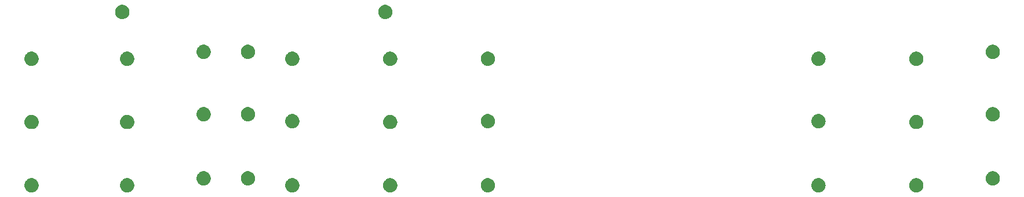
<source format=gbs>
G04 Layer: BottomSolderMaskLayer*
G04 EasyEDA v6.5.34, 2023-08-21 18:11:39*
G04 edb4cfad772943f9a9c9805ee4eed470,5a6b42c53f6a479593ecc07194224c93,10*
G04 Gerber Generator version 0.2*
G04 Scale: 100 percent, Rotated: No, Reflected: No *
G04 Dimensions in millimeters *
G04 leading zeros omitted , absolute positions ,4 integer and 5 decimal *
%FSLAX45Y45*%
%MOMM*%

%ADD10C,0.0001*%

%LPD*%
G36*
X8683091Y8117941D02*
G01*
X8673846Y8117331D01*
X8664752Y8115909D01*
X8655812Y8113674D01*
X8651392Y8112302D01*
X8642807Y8108899D01*
X8634577Y8104784D01*
X8626703Y8099907D01*
X8619337Y8094421D01*
X8612479Y8088274D01*
X8606180Y8081518D01*
X8600490Y8074253D01*
X8595461Y8066481D01*
X8591143Y8058353D01*
X8587587Y8049869D01*
X8584742Y8041081D01*
X8582710Y8032038D01*
X8581491Y8022894D01*
X8581085Y8013700D01*
X8581491Y8004505D01*
X8582710Y7995361D01*
X8584742Y7986318D01*
X8587587Y7977530D01*
X8591143Y7969046D01*
X8595461Y7960918D01*
X8600490Y7953146D01*
X8606180Y7945881D01*
X8612479Y7939125D01*
X8619337Y7932978D01*
X8626703Y7927492D01*
X8634577Y7922615D01*
X8642807Y7918500D01*
X8651392Y7915097D01*
X8660231Y7912506D01*
X8669274Y7910677D01*
X8678468Y7909661D01*
X8687663Y7909458D01*
X8696909Y7910068D01*
X8706002Y7911490D01*
X8714943Y7913725D01*
X8719362Y7915097D01*
X8727948Y7918500D01*
X8736177Y7922615D01*
X8744051Y7927492D01*
X8751417Y7932978D01*
X8758275Y7939125D01*
X8764625Y7945881D01*
X8770264Y7953146D01*
X8775293Y7960918D01*
X8779611Y7969046D01*
X8783218Y7977530D01*
X8786012Y7986318D01*
X8788044Y7995361D01*
X8789263Y8004505D01*
X8789670Y8013700D01*
X8789263Y8022894D01*
X8788044Y8032038D01*
X8786012Y8041081D01*
X8783218Y8049869D01*
X8779611Y8058353D01*
X8775293Y8066481D01*
X8770264Y8074253D01*
X8764625Y8081518D01*
X8758275Y8088274D01*
X8751417Y8094421D01*
X8744051Y8099907D01*
X8736177Y8104784D01*
X8727948Y8108899D01*
X8719362Y8112302D01*
X8710523Y8114893D01*
X8701481Y8116722D01*
X8692286Y8117738D01*
G37*
G36*
X12526264Y8117941D02*
G01*
X12517069Y8117331D01*
X12507976Y8115909D01*
X12498984Y8113674D01*
X12494615Y8112302D01*
X12486030Y8108899D01*
X12477750Y8104784D01*
X12469926Y8099907D01*
X12462510Y8094421D01*
X12455652Y8088274D01*
X12449352Y8081518D01*
X12443663Y8074253D01*
X12438634Y8066481D01*
X12434316Y8058353D01*
X12430760Y8049869D01*
X12429236Y8045500D01*
X12426848Y8036559D01*
X12425222Y8027517D01*
X12424410Y8018322D01*
X12424410Y8009077D01*
X12425222Y7999882D01*
X12426848Y7990840D01*
X12429236Y7981899D01*
X12432436Y7973263D01*
X12436398Y7964931D01*
X12441072Y7956956D01*
X12446457Y7949438D01*
X12452451Y7942427D01*
X12459004Y7935975D01*
X12466167Y7930134D01*
X12473787Y7924952D01*
X12481864Y7920481D01*
X12490297Y7916722D01*
X12494615Y7915097D01*
X12503454Y7912506D01*
X12512497Y7910677D01*
X12521641Y7909661D01*
X12530886Y7909458D01*
X12540081Y7910068D01*
X12549225Y7911490D01*
X12558166Y7913725D01*
X12566904Y7916722D01*
X12575286Y7920481D01*
X12583363Y7924952D01*
X12590983Y7930134D01*
X12598146Y7935975D01*
X12604699Y7942427D01*
X12610744Y7949438D01*
X12616078Y7956956D01*
X12620752Y7964931D01*
X12624714Y7973263D01*
X12627914Y7981899D01*
X12630302Y7990840D01*
X12631928Y7999882D01*
X12632740Y8009077D01*
X12632740Y8018322D01*
X12631928Y8027517D01*
X12630302Y8036559D01*
X12627914Y8045500D01*
X12624714Y8054136D01*
X12620752Y8062468D01*
X12616078Y8070443D01*
X12610744Y8077962D01*
X12604699Y8084972D01*
X12598146Y8091424D01*
X12590983Y8097266D01*
X12583363Y8102447D01*
X12575286Y8106918D01*
X12566904Y8110677D01*
X12558166Y8113674D01*
X12549225Y8115909D01*
X12540081Y8117331D01*
X12530886Y8117941D01*
G37*
G36*
X10519664Y7533741D02*
G01*
X10510469Y7533131D01*
X10501376Y7531709D01*
X10492384Y7529474D01*
X10488015Y7528102D01*
X10479430Y7524699D01*
X10471150Y7520584D01*
X10463326Y7515707D01*
X10455910Y7510221D01*
X10449052Y7504074D01*
X10442752Y7497318D01*
X10437063Y7490053D01*
X10432034Y7482281D01*
X10427716Y7474153D01*
X10424160Y7465669D01*
X10422636Y7461300D01*
X10420248Y7452359D01*
X10418622Y7443317D01*
X10417810Y7434122D01*
X10417810Y7424877D01*
X10418622Y7415682D01*
X10420248Y7406640D01*
X10422636Y7397699D01*
X10425836Y7389063D01*
X10429798Y7380731D01*
X10434472Y7372756D01*
X10439857Y7365238D01*
X10445851Y7358227D01*
X10452404Y7351775D01*
X10459567Y7345934D01*
X10467187Y7340752D01*
X10475264Y7336281D01*
X10483697Y7332522D01*
X10488015Y7330897D01*
X10496854Y7328306D01*
X10505897Y7326477D01*
X10515041Y7325461D01*
X10524286Y7325258D01*
X10533481Y7325868D01*
X10542625Y7327290D01*
X10551566Y7329525D01*
X10560304Y7332522D01*
X10568686Y7336281D01*
X10576763Y7340752D01*
X10584383Y7345934D01*
X10591546Y7351775D01*
X10598099Y7358227D01*
X10604144Y7365238D01*
X10609478Y7372756D01*
X10614152Y7380731D01*
X10618114Y7389063D01*
X10621314Y7397699D01*
X10623702Y7406640D01*
X10625328Y7415682D01*
X10626140Y7424877D01*
X10626140Y7434122D01*
X10625328Y7443317D01*
X10623702Y7452359D01*
X10621314Y7461300D01*
X10618114Y7469936D01*
X10614152Y7478268D01*
X10609478Y7486243D01*
X10604144Y7493762D01*
X10598099Y7500772D01*
X10591546Y7507224D01*
X10584383Y7513066D01*
X10576763Y7518247D01*
X10568686Y7522718D01*
X10560304Y7526477D01*
X10551566Y7529474D01*
X10542625Y7531709D01*
X10533481Y7533131D01*
X10524286Y7533741D01*
G37*
G36*
X9871964Y7533741D02*
G01*
X9862769Y7533131D01*
X9853676Y7531709D01*
X9844684Y7529474D01*
X9840315Y7528102D01*
X9831730Y7524699D01*
X9823450Y7520584D01*
X9815626Y7515707D01*
X9808210Y7510221D01*
X9801352Y7504074D01*
X9795052Y7497318D01*
X9789363Y7490053D01*
X9784334Y7482281D01*
X9780016Y7474153D01*
X9776460Y7465669D01*
X9774936Y7461300D01*
X9772548Y7452359D01*
X9770922Y7443317D01*
X9770110Y7434122D01*
X9770110Y7424877D01*
X9770922Y7415682D01*
X9772548Y7406640D01*
X9774936Y7397699D01*
X9778136Y7389063D01*
X9782098Y7380731D01*
X9786772Y7372756D01*
X9792157Y7365238D01*
X9798151Y7358227D01*
X9804704Y7351775D01*
X9811867Y7345934D01*
X9819487Y7340752D01*
X9827564Y7336281D01*
X9835997Y7332522D01*
X9840315Y7330897D01*
X9849154Y7328306D01*
X9858197Y7326477D01*
X9867341Y7325461D01*
X9876586Y7325258D01*
X9885781Y7325868D01*
X9894925Y7327290D01*
X9903866Y7329525D01*
X9912604Y7332522D01*
X9920986Y7336281D01*
X9929063Y7340752D01*
X9936683Y7345934D01*
X9943846Y7351775D01*
X9950399Y7358227D01*
X9956444Y7365238D01*
X9961778Y7372756D01*
X9966452Y7380731D01*
X9970414Y7389063D01*
X9973614Y7397699D01*
X9976002Y7406640D01*
X9977628Y7415682D01*
X9978440Y7424877D01*
X9978440Y7434122D01*
X9977628Y7443317D01*
X9976002Y7452359D01*
X9973614Y7461300D01*
X9970414Y7469936D01*
X9966452Y7478268D01*
X9961778Y7486243D01*
X9956444Y7493762D01*
X9950399Y7500772D01*
X9943846Y7507224D01*
X9936683Y7513066D01*
X9929063Y7518247D01*
X9920986Y7522718D01*
X9912604Y7526477D01*
X9903866Y7529474D01*
X9894925Y7531709D01*
X9885781Y7533131D01*
X9876586Y7533741D01*
G37*
G36*
X10519664Y6619341D02*
G01*
X10510469Y6618731D01*
X10501376Y6617309D01*
X10492384Y6615074D01*
X10488015Y6613702D01*
X10479430Y6610299D01*
X10471150Y6606184D01*
X10463326Y6601307D01*
X10455910Y6595821D01*
X10449052Y6589674D01*
X10442752Y6582918D01*
X10437063Y6575653D01*
X10432034Y6567881D01*
X10427716Y6559753D01*
X10424160Y6551269D01*
X10422636Y6546900D01*
X10420248Y6537959D01*
X10418622Y6528917D01*
X10417810Y6519722D01*
X10417810Y6510477D01*
X10418622Y6501282D01*
X10420248Y6492240D01*
X10422636Y6483299D01*
X10425836Y6474663D01*
X10429798Y6466332D01*
X10434472Y6458356D01*
X10439857Y6450838D01*
X10445851Y6443827D01*
X10452404Y6437376D01*
X10459567Y6431534D01*
X10467187Y6426352D01*
X10475264Y6421882D01*
X10483697Y6418122D01*
X10488015Y6416497D01*
X10496854Y6413906D01*
X10505897Y6412077D01*
X10515041Y6411061D01*
X10524286Y6410858D01*
X10533481Y6411468D01*
X10542625Y6412890D01*
X10551566Y6415125D01*
X10560304Y6418122D01*
X10568686Y6421882D01*
X10576763Y6426352D01*
X10584383Y6431534D01*
X10591546Y6437376D01*
X10598099Y6443827D01*
X10604144Y6450838D01*
X10609478Y6458356D01*
X10614152Y6466332D01*
X10618114Y6474663D01*
X10621314Y6483299D01*
X10623702Y6492240D01*
X10625328Y6501282D01*
X10626140Y6510477D01*
X10626140Y6519722D01*
X10625328Y6528917D01*
X10623702Y6537959D01*
X10621314Y6546900D01*
X10618114Y6555536D01*
X10614152Y6563868D01*
X10609478Y6571843D01*
X10604144Y6579362D01*
X10598099Y6586372D01*
X10591546Y6592824D01*
X10584383Y6598666D01*
X10576763Y6603847D01*
X10568686Y6608318D01*
X10560304Y6612077D01*
X10551566Y6615074D01*
X10542625Y6617309D01*
X10533481Y6618731D01*
X10524286Y6619341D01*
G37*
G36*
X10519664Y5679541D02*
G01*
X10510469Y5678932D01*
X10501376Y5677509D01*
X10492384Y5675274D01*
X10488015Y5673902D01*
X10479430Y5670499D01*
X10471150Y5666384D01*
X10463326Y5661507D01*
X10455910Y5656021D01*
X10449052Y5649874D01*
X10442752Y5643118D01*
X10437063Y5635853D01*
X10432034Y5628081D01*
X10427716Y5619953D01*
X10424160Y5611469D01*
X10422636Y5607100D01*
X10420248Y5598160D01*
X10418622Y5589117D01*
X10417810Y5579922D01*
X10417810Y5570677D01*
X10418622Y5561482D01*
X10420248Y5552440D01*
X10422636Y5543499D01*
X10425836Y5534863D01*
X10429798Y5526532D01*
X10434472Y5518556D01*
X10439857Y5511038D01*
X10445851Y5504027D01*
X10452404Y5497576D01*
X10459567Y5491734D01*
X10467187Y5486552D01*
X10475264Y5482082D01*
X10483697Y5478322D01*
X10488015Y5476697D01*
X10496854Y5474106D01*
X10505897Y5472277D01*
X10515041Y5471261D01*
X10524286Y5471058D01*
X10533481Y5471668D01*
X10542625Y5473090D01*
X10551566Y5475325D01*
X10560304Y5478322D01*
X10568686Y5482082D01*
X10576763Y5486552D01*
X10584383Y5491734D01*
X10591546Y5497576D01*
X10598099Y5504027D01*
X10604144Y5511038D01*
X10609478Y5518556D01*
X10614152Y5526532D01*
X10618114Y5534863D01*
X10621314Y5543499D01*
X10623702Y5552440D01*
X10625328Y5561482D01*
X10626140Y5570677D01*
X10626140Y5579922D01*
X10625328Y5589117D01*
X10623702Y5598160D01*
X10621314Y5607100D01*
X10618114Y5615736D01*
X10614152Y5624068D01*
X10609478Y5632043D01*
X10604144Y5639562D01*
X10598099Y5646572D01*
X10591546Y5653024D01*
X10584383Y5658866D01*
X10576763Y5664047D01*
X10568686Y5668518D01*
X10560304Y5672277D01*
X10551566Y5675274D01*
X10542625Y5677509D01*
X10533481Y5678932D01*
X10524286Y5679541D01*
G37*
G36*
X9871964Y6619341D02*
G01*
X9862769Y6618731D01*
X9853676Y6617309D01*
X9844684Y6615074D01*
X9840315Y6613702D01*
X9831730Y6610299D01*
X9823450Y6606184D01*
X9815626Y6601307D01*
X9808210Y6595821D01*
X9801352Y6589674D01*
X9795052Y6582918D01*
X9789363Y6575653D01*
X9784334Y6567881D01*
X9780016Y6559753D01*
X9776460Y6551269D01*
X9774936Y6546900D01*
X9772548Y6537959D01*
X9770922Y6528917D01*
X9770110Y6519722D01*
X9770110Y6510477D01*
X9770922Y6501282D01*
X9772548Y6492240D01*
X9774936Y6483299D01*
X9778136Y6474663D01*
X9782098Y6466332D01*
X9786772Y6458356D01*
X9792157Y6450838D01*
X9798151Y6443827D01*
X9804704Y6437376D01*
X9811867Y6431534D01*
X9819487Y6426352D01*
X9827564Y6421882D01*
X9835997Y6418122D01*
X9840315Y6416497D01*
X9849154Y6413906D01*
X9858197Y6412077D01*
X9867341Y6411061D01*
X9876586Y6410858D01*
X9885781Y6411468D01*
X9894925Y6412890D01*
X9903866Y6415125D01*
X9912604Y6418122D01*
X9920986Y6421882D01*
X9929063Y6426352D01*
X9936683Y6431534D01*
X9943846Y6437376D01*
X9950399Y6443827D01*
X9956444Y6450838D01*
X9961778Y6458356D01*
X9966452Y6466332D01*
X9970414Y6474663D01*
X9973614Y6483299D01*
X9976002Y6492240D01*
X9977628Y6501282D01*
X9978440Y6510477D01*
X9978440Y6519722D01*
X9977628Y6528917D01*
X9976002Y6537959D01*
X9973614Y6546900D01*
X9970414Y6555536D01*
X9966452Y6563868D01*
X9961778Y6571843D01*
X9956444Y6579362D01*
X9950399Y6586372D01*
X9943846Y6592824D01*
X9936683Y6598666D01*
X9929063Y6603847D01*
X9920986Y6608318D01*
X9912604Y6612077D01*
X9903866Y6615074D01*
X9894925Y6617309D01*
X9885781Y6618731D01*
X9876586Y6619341D01*
G37*
G36*
X9871964Y5679541D02*
G01*
X9862769Y5678932D01*
X9853676Y5677509D01*
X9844684Y5675274D01*
X9840315Y5673902D01*
X9831730Y5670499D01*
X9823450Y5666384D01*
X9815626Y5661507D01*
X9808210Y5656021D01*
X9801352Y5649874D01*
X9795052Y5643118D01*
X9789363Y5635853D01*
X9784334Y5628081D01*
X9780016Y5619953D01*
X9776460Y5611469D01*
X9774936Y5607100D01*
X9772548Y5598160D01*
X9770922Y5589117D01*
X9770110Y5579922D01*
X9770110Y5570677D01*
X9770922Y5561482D01*
X9772548Y5552440D01*
X9774936Y5543499D01*
X9778136Y5534863D01*
X9782098Y5526532D01*
X9786772Y5518556D01*
X9792157Y5511038D01*
X9798151Y5504027D01*
X9804704Y5497576D01*
X9811867Y5491734D01*
X9819487Y5486552D01*
X9827564Y5482082D01*
X9835997Y5478322D01*
X9840315Y5476697D01*
X9849154Y5474106D01*
X9858197Y5472277D01*
X9867341Y5471261D01*
X9876586Y5471058D01*
X9885781Y5471668D01*
X9894925Y5473090D01*
X9903866Y5475325D01*
X9912604Y5478322D01*
X9920986Y5482082D01*
X9929063Y5486552D01*
X9936683Y5491734D01*
X9943846Y5497576D01*
X9950399Y5504027D01*
X9956444Y5511038D01*
X9961778Y5518556D01*
X9966452Y5526532D01*
X9970414Y5534863D01*
X9973614Y5543499D01*
X9976002Y5552440D01*
X9977628Y5561482D01*
X9978440Y5570677D01*
X9978440Y5579922D01*
X9977628Y5589117D01*
X9976002Y5598160D01*
X9973614Y5607100D01*
X9970414Y5615736D01*
X9966452Y5624068D01*
X9961778Y5632043D01*
X9956444Y5639562D01*
X9950399Y5646572D01*
X9943846Y5653024D01*
X9936683Y5658866D01*
X9929063Y5664047D01*
X9920986Y5668518D01*
X9912604Y5672277D01*
X9903866Y5675274D01*
X9894925Y5677509D01*
X9885781Y5678932D01*
X9876586Y5679541D01*
G37*
G36*
X21401582Y5679541D02*
G01*
X21392337Y5678932D01*
X21383244Y5677509D01*
X21374303Y5675274D01*
X21369883Y5673902D01*
X21361298Y5670499D01*
X21353068Y5666384D01*
X21345194Y5661507D01*
X21337828Y5656021D01*
X21330970Y5649874D01*
X21324671Y5643118D01*
X21318982Y5635853D01*
X21313952Y5628081D01*
X21309634Y5619953D01*
X21306078Y5611469D01*
X21303234Y5602681D01*
X21301202Y5593638D01*
X21299982Y5584494D01*
X21299576Y5575300D01*
X21299982Y5566105D01*
X21301202Y5556961D01*
X21303234Y5547918D01*
X21306078Y5539130D01*
X21309634Y5530646D01*
X21313952Y5522518D01*
X21318982Y5514746D01*
X21324671Y5507482D01*
X21330970Y5500725D01*
X21337828Y5494578D01*
X21345194Y5489092D01*
X21353068Y5484215D01*
X21361298Y5480100D01*
X21369883Y5476697D01*
X21378722Y5474106D01*
X21387765Y5472277D01*
X21396960Y5471261D01*
X21406154Y5471058D01*
X21415400Y5471668D01*
X21424493Y5473090D01*
X21433434Y5475325D01*
X21437854Y5476697D01*
X21446439Y5480100D01*
X21454668Y5484215D01*
X21462542Y5489092D01*
X21469908Y5494578D01*
X21476766Y5500725D01*
X21483116Y5507482D01*
X21488755Y5514746D01*
X21493784Y5522518D01*
X21498102Y5530646D01*
X21501709Y5539130D01*
X21504503Y5547918D01*
X21506535Y5556961D01*
X21507754Y5566105D01*
X21508161Y5575300D01*
X21507754Y5584494D01*
X21506535Y5593638D01*
X21504503Y5602681D01*
X21501709Y5611469D01*
X21498102Y5619953D01*
X21493784Y5628081D01*
X21488755Y5635853D01*
X21483116Y5643118D01*
X21476766Y5649874D01*
X21469908Y5656021D01*
X21462542Y5661507D01*
X21454668Y5666384D01*
X21446439Y5670499D01*
X21437854Y5673902D01*
X21429014Y5676493D01*
X21419972Y5678322D01*
X21410777Y5679338D01*
G37*
G36*
X21401582Y6619341D02*
G01*
X21392337Y6618731D01*
X21383244Y6617309D01*
X21374303Y6615074D01*
X21369883Y6613702D01*
X21361298Y6610299D01*
X21353068Y6606184D01*
X21345194Y6601307D01*
X21337828Y6595821D01*
X21330970Y6589674D01*
X21324671Y6582918D01*
X21318982Y6575653D01*
X21313952Y6567881D01*
X21309634Y6559753D01*
X21306078Y6551269D01*
X21303234Y6542481D01*
X21301202Y6533438D01*
X21299982Y6524294D01*
X21299576Y6515100D01*
X21299982Y6505905D01*
X21301202Y6496761D01*
X21303234Y6487718D01*
X21306078Y6478930D01*
X21309634Y6470446D01*
X21313952Y6462318D01*
X21318982Y6454546D01*
X21324671Y6447282D01*
X21330970Y6440525D01*
X21337828Y6434378D01*
X21345194Y6428892D01*
X21353068Y6424015D01*
X21361298Y6419900D01*
X21369883Y6416497D01*
X21378722Y6413906D01*
X21387765Y6412077D01*
X21396960Y6411061D01*
X21406154Y6410858D01*
X21415400Y6411468D01*
X21424493Y6412890D01*
X21433434Y6415125D01*
X21437854Y6416497D01*
X21446439Y6419900D01*
X21454668Y6424015D01*
X21462542Y6428892D01*
X21469908Y6434378D01*
X21476766Y6440525D01*
X21483116Y6447282D01*
X21488755Y6454546D01*
X21493784Y6462318D01*
X21498102Y6470446D01*
X21501709Y6478930D01*
X21504503Y6487718D01*
X21506535Y6496761D01*
X21507754Y6505905D01*
X21508161Y6515100D01*
X21507754Y6524294D01*
X21506535Y6533438D01*
X21504503Y6542481D01*
X21501709Y6551269D01*
X21498102Y6559753D01*
X21493784Y6567881D01*
X21488755Y6575653D01*
X21483116Y6582918D01*
X21476766Y6589674D01*
X21469908Y6595821D01*
X21462542Y6601307D01*
X21454668Y6606184D01*
X21446439Y6610299D01*
X21437854Y6613702D01*
X21429014Y6616293D01*
X21419972Y6618122D01*
X21410777Y6619138D01*
G37*
G36*
X21401582Y7533741D02*
G01*
X21392337Y7533131D01*
X21383244Y7531709D01*
X21374303Y7529474D01*
X21369883Y7528102D01*
X21361298Y7524699D01*
X21353068Y7520584D01*
X21345194Y7515707D01*
X21337828Y7510221D01*
X21330970Y7504074D01*
X21324671Y7497318D01*
X21318982Y7490053D01*
X21313952Y7482281D01*
X21309634Y7474153D01*
X21306078Y7465669D01*
X21303234Y7456881D01*
X21301202Y7447838D01*
X21299982Y7438694D01*
X21299576Y7429500D01*
X21299982Y7420305D01*
X21301202Y7411161D01*
X21303234Y7402118D01*
X21306078Y7393330D01*
X21309634Y7384846D01*
X21313952Y7376718D01*
X21318982Y7368946D01*
X21324671Y7361681D01*
X21330970Y7354925D01*
X21337828Y7348778D01*
X21345194Y7343292D01*
X21353068Y7338415D01*
X21361298Y7334300D01*
X21369883Y7330897D01*
X21378722Y7328306D01*
X21387765Y7326477D01*
X21396960Y7325461D01*
X21406154Y7325258D01*
X21415400Y7325868D01*
X21424493Y7327290D01*
X21433434Y7329525D01*
X21437854Y7330897D01*
X21446439Y7334300D01*
X21454668Y7338415D01*
X21462542Y7343292D01*
X21469908Y7348778D01*
X21476766Y7354925D01*
X21483116Y7361681D01*
X21488755Y7368946D01*
X21493784Y7376718D01*
X21498102Y7384846D01*
X21501709Y7393330D01*
X21504503Y7402118D01*
X21506535Y7411161D01*
X21507754Y7420305D01*
X21508161Y7429500D01*
X21507754Y7438694D01*
X21506535Y7447838D01*
X21504503Y7456881D01*
X21501709Y7465669D01*
X21498102Y7474153D01*
X21493784Y7482281D01*
X21488755Y7490053D01*
X21483116Y7497318D01*
X21476766Y7504074D01*
X21469908Y7510221D01*
X21462542Y7515707D01*
X21454668Y7520584D01*
X21446439Y7524699D01*
X21437854Y7528102D01*
X21429014Y7530693D01*
X21419972Y7532522D01*
X21410777Y7533538D01*
G37*
G36*
X7357364Y5577941D02*
G01*
X7348169Y5577332D01*
X7339075Y5575909D01*
X7330084Y5573674D01*
X7325715Y5572302D01*
X7317130Y5568899D01*
X7308850Y5564784D01*
X7301026Y5559907D01*
X7293609Y5554421D01*
X7286752Y5548274D01*
X7280452Y5541518D01*
X7274763Y5534253D01*
X7269734Y5526481D01*
X7265416Y5518353D01*
X7261859Y5509869D01*
X7260336Y5505500D01*
X7257948Y5496560D01*
X7256322Y5487517D01*
X7255509Y5478322D01*
X7255509Y5469077D01*
X7256322Y5459882D01*
X7257948Y5450840D01*
X7260336Y5441899D01*
X7263536Y5433263D01*
X7267498Y5424932D01*
X7272172Y5416956D01*
X7277557Y5409438D01*
X7283551Y5402427D01*
X7290104Y5395976D01*
X7297267Y5390134D01*
X7304887Y5384952D01*
X7312964Y5380482D01*
X7321397Y5376722D01*
X7325715Y5375097D01*
X7334554Y5372506D01*
X7343597Y5370677D01*
X7352741Y5369661D01*
X7361986Y5369458D01*
X7371181Y5370068D01*
X7380325Y5371490D01*
X7389266Y5373725D01*
X7398003Y5376722D01*
X7406386Y5380482D01*
X7414463Y5384952D01*
X7422083Y5390134D01*
X7429246Y5395976D01*
X7435799Y5402427D01*
X7441844Y5409438D01*
X7447178Y5416956D01*
X7451852Y5424932D01*
X7455814Y5433263D01*
X7459014Y5441899D01*
X7461402Y5450840D01*
X7463028Y5459882D01*
X7463840Y5469077D01*
X7463840Y5478322D01*
X7463028Y5487517D01*
X7461402Y5496560D01*
X7459014Y5505500D01*
X7455814Y5514136D01*
X7451852Y5522468D01*
X7447178Y5530443D01*
X7441844Y5537962D01*
X7435799Y5544972D01*
X7429246Y5551424D01*
X7422083Y5557266D01*
X7414463Y5562447D01*
X7406386Y5566918D01*
X7398003Y5570677D01*
X7389266Y5573674D01*
X7380325Y5575909D01*
X7371181Y5577332D01*
X7361986Y5577941D01*
G37*
G36*
X7357364Y7432141D02*
G01*
X7348169Y7431531D01*
X7339075Y7430109D01*
X7330084Y7427874D01*
X7325715Y7426502D01*
X7317130Y7423099D01*
X7308850Y7418984D01*
X7301026Y7414107D01*
X7293609Y7408621D01*
X7286752Y7402474D01*
X7280452Y7395718D01*
X7274763Y7388453D01*
X7269734Y7380681D01*
X7265416Y7372553D01*
X7261859Y7364069D01*
X7260336Y7359700D01*
X7257948Y7350759D01*
X7256322Y7341717D01*
X7255509Y7332522D01*
X7255509Y7323277D01*
X7256322Y7314082D01*
X7257948Y7305040D01*
X7260336Y7296099D01*
X7263536Y7287463D01*
X7267498Y7279131D01*
X7272172Y7271156D01*
X7277557Y7263638D01*
X7283551Y7256627D01*
X7290104Y7250175D01*
X7297267Y7244334D01*
X7304887Y7239152D01*
X7312964Y7234681D01*
X7321397Y7230922D01*
X7325715Y7229297D01*
X7334554Y7226706D01*
X7343597Y7224877D01*
X7352741Y7223861D01*
X7361986Y7223658D01*
X7371181Y7224268D01*
X7380325Y7225690D01*
X7389266Y7227925D01*
X7398003Y7230922D01*
X7406386Y7234681D01*
X7414463Y7239152D01*
X7422083Y7244334D01*
X7429246Y7250175D01*
X7435799Y7256627D01*
X7441844Y7263638D01*
X7447178Y7271156D01*
X7451852Y7279131D01*
X7455814Y7287463D01*
X7459014Y7296099D01*
X7461402Y7305040D01*
X7463028Y7314082D01*
X7463840Y7323277D01*
X7463840Y7332522D01*
X7463028Y7341717D01*
X7461402Y7350759D01*
X7459014Y7359700D01*
X7455814Y7368336D01*
X7451852Y7376668D01*
X7447178Y7384643D01*
X7441844Y7392162D01*
X7435799Y7399172D01*
X7429246Y7405624D01*
X7422083Y7411466D01*
X7414463Y7416647D01*
X7406386Y7421118D01*
X7398003Y7424877D01*
X7389266Y7427874D01*
X7380325Y7430109D01*
X7371181Y7431531D01*
X7361986Y7432141D01*
G37*
G36*
X7357364Y6505041D02*
G01*
X7348169Y6504431D01*
X7339075Y6503009D01*
X7330084Y6500774D01*
X7325715Y6499402D01*
X7317130Y6495999D01*
X7308850Y6491884D01*
X7301026Y6487007D01*
X7293609Y6481521D01*
X7286752Y6475374D01*
X7280452Y6468618D01*
X7274763Y6461353D01*
X7269734Y6453581D01*
X7265416Y6445453D01*
X7261859Y6436969D01*
X7260336Y6432600D01*
X7257948Y6423660D01*
X7256322Y6414617D01*
X7255509Y6405422D01*
X7255509Y6396177D01*
X7256322Y6386982D01*
X7257948Y6377940D01*
X7260336Y6368999D01*
X7263536Y6360363D01*
X7267498Y6352032D01*
X7272172Y6344056D01*
X7277557Y6336538D01*
X7283551Y6329527D01*
X7290104Y6323076D01*
X7297267Y6317234D01*
X7304887Y6312052D01*
X7312964Y6307582D01*
X7321397Y6303822D01*
X7325715Y6302197D01*
X7334554Y6299606D01*
X7343597Y6297777D01*
X7352741Y6296761D01*
X7361986Y6296558D01*
X7371181Y6297168D01*
X7380325Y6298590D01*
X7389266Y6300825D01*
X7398003Y6303822D01*
X7406386Y6307582D01*
X7414463Y6312052D01*
X7422083Y6317234D01*
X7429246Y6323076D01*
X7435799Y6329527D01*
X7441844Y6336538D01*
X7447178Y6344056D01*
X7451852Y6352032D01*
X7455814Y6360363D01*
X7459014Y6368999D01*
X7461402Y6377940D01*
X7463028Y6386982D01*
X7463840Y6396177D01*
X7463840Y6405422D01*
X7463028Y6414617D01*
X7461402Y6423660D01*
X7459014Y6432600D01*
X7455814Y6441236D01*
X7451852Y6449568D01*
X7447178Y6457543D01*
X7441844Y6465062D01*
X7435799Y6472072D01*
X7429246Y6478524D01*
X7422083Y6484366D01*
X7414463Y6489547D01*
X7406386Y6494018D01*
X7398003Y6497777D01*
X7389266Y6500774D01*
X7380325Y6503009D01*
X7371181Y6504431D01*
X7361986Y6505041D01*
G37*
G36*
X11167364Y6517741D02*
G01*
X11158169Y6517131D01*
X11149076Y6515709D01*
X11140084Y6513474D01*
X11135715Y6512102D01*
X11127130Y6508699D01*
X11118850Y6504584D01*
X11111026Y6499707D01*
X11103610Y6494221D01*
X11096752Y6488074D01*
X11090452Y6481318D01*
X11084763Y6474053D01*
X11079734Y6466281D01*
X11075416Y6458153D01*
X11071860Y6449669D01*
X11070336Y6445300D01*
X11067948Y6436360D01*
X11066322Y6427317D01*
X11065510Y6418122D01*
X11065510Y6408877D01*
X11066322Y6399682D01*
X11067948Y6390640D01*
X11070336Y6381699D01*
X11073536Y6373063D01*
X11077498Y6364732D01*
X11082172Y6356756D01*
X11087557Y6349238D01*
X11093551Y6342227D01*
X11100104Y6335776D01*
X11107267Y6329934D01*
X11114887Y6324752D01*
X11122964Y6320282D01*
X11131397Y6316522D01*
X11135715Y6314897D01*
X11144554Y6312306D01*
X11153597Y6310477D01*
X11162741Y6309461D01*
X11171986Y6309258D01*
X11181181Y6309868D01*
X11190325Y6311290D01*
X11199266Y6313525D01*
X11208004Y6316522D01*
X11216386Y6320282D01*
X11224463Y6324752D01*
X11232083Y6329934D01*
X11239246Y6335776D01*
X11245799Y6342227D01*
X11251844Y6349238D01*
X11257178Y6356756D01*
X11261852Y6364732D01*
X11265814Y6373063D01*
X11269014Y6381699D01*
X11271402Y6390640D01*
X11273028Y6399682D01*
X11273840Y6408877D01*
X11273840Y6418122D01*
X11273028Y6427317D01*
X11271402Y6436360D01*
X11269014Y6445300D01*
X11265814Y6453936D01*
X11261852Y6462268D01*
X11257178Y6470243D01*
X11251844Y6477762D01*
X11245799Y6484772D01*
X11239246Y6491224D01*
X11232083Y6497066D01*
X11224463Y6502247D01*
X11216386Y6506718D01*
X11208004Y6510477D01*
X11199266Y6513474D01*
X11190325Y6515709D01*
X11181181Y6517131D01*
X11171986Y6517741D01*
G37*
G36*
X11167364Y7432141D02*
G01*
X11158169Y7431531D01*
X11149076Y7430109D01*
X11140084Y7427874D01*
X11135715Y7426502D01*
X11127130Y7423099D01*
X11118850Y7418984D01*
X11111026Y7414107D01*
X11103610Y7408621D01*
X11096752Y7402474D01*
X11090452Y7395718D01*
X11084763Y7388453D01*
X11079734Y7380681D01*
X11075416Y7372553D01*
X11071860Y7364069D01*
X11070336Y7359700D01*
X11067948Y7350759D01*
X11066322Y7341717D01*
X11065510Y7332522D01*
X11065510Y7323277D01*
X11066322Y7314082D01*
X11067948Y7305040D01*
X11070336Y7296099D01*
X11073536Y7287463D01*
X11077498Y7279131D01*
X11082172Y7271156D01*
X11087557Y7263638D01*
X11093551Y7256627D01*
X11100104Y7250175D01*
X11107267Y7244334D01*
X11114887Y7239152D01*
X11122964Y7234681D01*
X11131397Y7230922D01*
X11135715Y7229297D01*
X11144554Y7226706D01*
X11153597Y7224877D01*
X11162741Y7223861D01*
X11171986Y7223658D01*
X11181181Y7224268D01*
X11190325Y7225690D01*
X11199266Y7227925D01*
X11208004Y7230922D01*
X11216386Y7234681D01*
X11224463Y7239152D01*
X11232083Y7244334D01*
X11239246Y7250175D01*
X11245799Y7256627D01*
X11251844Y7263638D01*
X11257178Y7271156D01*
X11261852Y7279131D01*
X11265814Y7287463D01*
X11269014Y7296099D01*
X11271402Y7305040D01*
X11273028Y7314082D01*
X11273840Y7323277D01*
X11273840Y7332522D01*
X11273028Y7341717D01*
X11271402Y7350759D01*
X11269014Y7359700D01*
X11265814Y7368336D01*
X11261852Y7376668D01*
X11257178Y7384643D01*
X11251844Y7392162D01*
X11245799Y7399172D01*
X11239246Y7405624D01*
X11232083Y7411466D01*
X11224463Y7416647D01*
X11216386Y7421118D01*
X11208004Y7424877D01*
X11199266Y7427874D01*
X11190325Y7430109D01*
X11181181Y7431531D01*
X11171986Y7432141D01*
G37*
G36*
X11167364Y5577941D02*
G01*
X11158169Y5577332D01*
X11149076Y5575909D01*
X11140084Y5573674D01*
X11135715Y5572302D01*
X11127130Y5568899D01*
X11118850Y5564784D01*
X11111026Y5559907D01*
X11103610Y5554421D01*
X11096752Y5548274D01*
X11090452Y5541518D01*
X11084763Y5534253D01*
X11079734Y5526481D01*
X11075416Y5518353D01*
X11071860Y5509869D01*
X11070336Y5505500D01*
X11067948Y5496560D01*
X11066322Y5487517D01*
X11065510Y5478322D01*
X11065510Y5469077D01*
X11066322Y5459882D01*
X11067948Y5450840D01*
X11070336Y5441899D01*
X11073536Y5433263D01*
X11077498Y5424932D01*
X11082172Y5416956D01*
X11087557Y5409438D01*
X11093551Y5402427D01*
X11100104Y5395976D01*
X11107267Y5390134D01*
X11114887Y5384952D01*
X11122964Y5380482D01*
X11131397Y5376722D01*
X11135715Y5375097D01*
X11144554Y5372506D01*
X11153597Y5370677D01*
X11162741Y5369661D01*
X11171986Y5369458D01*
X11181181Y5370068D01*
X11190325Y5371490D01*
X11199266Y5373725D01*
X11208004Y5376722D01*
X11216386Y5380482D01*
X11224463Y5384952D01*
X11232083Y5390134D01*
X11239246Y5395976D01*
X11245799Y5402427D01*
X11251844Y5409438D01*
X11257178Y5416956D01*
X11261852Y5424932D01*
X11265814Y5433263D01*
X11269014Y5441899D01*
X11271402Y5450840D01*
X11273028Y5459882D01*
X11273840Y5469077D01*
X11273840Y5478322D01*
X11273028Y5487517D01*
X11271402Y5496560D01*
X11269014Y5505500D01*
X11265814Y5514136D01*
X11261852Y5522468D01*
X11257178Y5530443D01*
X11251844Y5537962D01*
X11245799Y5544972D01*
X11239246Y5551424D01*
X11232083Y5557266D01*
X11224463Y5562447D01*
X11216386Y5566918D01*
X11208004Y5570677D01*
X11199266Y5573674D01*
X11190325Y5575909D01*
X11181181Y5577332D01*
X11171986Y5577941D01*
G37*
G36*
X8754364Y5577941D02*
G01*
X8745169Y5577332D01*
X8736076Y5575909D01*
X8727084Y5573674D01*
X8722715Y5572302D01*
X8714130Y5568899D01*
X8705850Y5564784D01*
X8698026Y5559907D01*
X8690610Y5554421D01*
X8683752Y5548274D01*
X8677452Y5541518D01*
X8671763Y5534253D01*
X8666734Y5526481D01*
X8662416Y5518353D01*
X8658860Y5509869D01*
X8657336Y5505500D01*
X8654948Y5496560D01*
X8653322Y5487517D01*
X8652510Y5478322D01*
X8652510Y5469077D01*
X8653322Y5459882D01*
X8654948Y5450840D01*
X8657336Y5441899D01*
X8660536Y5433263D01*
X8664498Y5424932D01*
X8669172Y5416956D01*
X8674557Y5409438D01*
X8680551Y5402427D01*
X8687104Y5395976D01*
X8694267Y5390134D01*
X8701887Y5384952D01*
X8709964Y5380482D01*
X8718397Y5376722D01*
X8722715Y5375097D01*
X8731554Y5372506D01*
X8740597Y5370677D01*
X8749741Y5369661D01*
X8758986Y5369458D01*
X8768181Y5370068D01*
X8777325Y5371490D01*
X8786266Y5373725D01*
X8795004Y5376722D01*
X8803386Y5380482D01*
X8811463Y5384952D01*
X8819083Y5390134D01*
X8826246Y5395976D01*
X8832799Y5402427D01*
X8838844Y5409438D01*
X8844178Y5416956D01*
X8848852Y5424932D01*
X8852814Y5433263D01*
X8856014Y5441899D01*
X8858402Y5450840D01*
X8860028Y5459882D01*
X8860840Y5469077D01*
X8860840Y5478322D01*
X8860028Y5487517D01*
X8858402Y5496560D01*
X8856014Y5505500D01*
X8852814Y5514136D01*
X8848852Y5522468D01*
X8844178Y5530443D01*
X8838844Y5537962D01*
X8832799Y5544972D01*
X8826246Y5551424D01*
X8819083Y5557266D01*
X8811463Y5562447D01*
X8803386Y5566918D01*
X8795004Y5570677D01*
X8786266Y5573674D01*
X8777325Y5575909D01*
X8768181Y5577332D01*
X8758986Y5577941D01*
G37*
G36*
X8754364Y7432141D02*
G01*
X8745169Y7431531D01*
X8736076Y7430109D01*
X8727084Y7427874D01*
X8722715Y7426502D01*
X8714130Y7423099D01*
X8705850Y7418984D01*
X8698026Y7414107D01*
X8690610Y7408621D01*
X8683752Y7402474D01*
X8677452Y7395718D01*
X8671763Y7388453D01*
X8666734Y7380681D01*
X8662416Y7372553D01*
X8658860Y7364069D01*
X8657336Y7359700D01*
X8654948Y7350759D01*
X8653322Y7341717D01*
X8652510Y7332522D01*
X8652510Y7323277D01*
X8653322Y7314082D01*
X8654948Y7305040D01*
X8657336Y7296099D01*
X8660536Y7287463D01*
X8664498Y7279131D01*
X8669172Y7271156D01*
X8674557Y7263638D01*
X8680551Y7256627D01*
X8687104Y7250175D01*
X8694267Y7244334D01*
X8701887Y7239152D01*
X8709964Y7234681D01*
X8718397Y7230922D01*
X8722715Y7229297D01*
X8731554Y7226706D01*
X8740597Y7224877D01*
X8749741Y7223861D01*
X8758986Y7223658D01*
X8768181Y7224268D01*
X8777325Y7225690D01*
X8786266Y7227925D01*
X8795004Y7230922D01*
X8803386Y7234681D01*
X8811463Y7239152D01*
X8819083Y7244334D01*
X8826246Y7250175D01*
X8832799Y7256627D01*
X8838844Y7263638D01*
X8844178Y7271156D01*
X8848852Y7279131D01*
X8852814Y7287463D01*
X8856014Y7296099D01*
X8858402Y7305040D01*
X8860028Y7314082D01*
X8860840Y7323277D01*
X8860840Y7332522D01*
X8860028Y7341717D01*
X8858402Y7350759D01*
X8856014Y7359700D01*
X8852814Y7368336D01*
X8848852Y7376668D01*
X8844178Y7384643D01*
X8838844Y7392162D01*
X8832799Y7399172D01*
X8826246Y7405624D01*
X8819083Y7411466D01*
X8811463Y7416647D01*
X8803386Y7421118D01*
X8795004Y7424877D01*
X8786266Y7427874D01*
X8777325Y7430109D01*
X8768181Y7431531D01*
X8758986Y7432141D01*
G37*
G36*
X8754364Y6505041D02*
G01*
X8745169Y6504431D01*
X8736076Y6503009D01*
X8727084Y6500774D01*
X8722715Y6499402D01*
X8714130Y6495999D01*
X8705850Y6491884D01*
X8698026Y6487007D01*
X8690610Y6481521D01*
X8683752Y6475374D01*
X8677452Y6468618D01*
X8671763Y6461353D01*
X8666734Y6453581D01*
X8662416Y6445453D01*
X8658860Y6436969D01*
X8657336Y6432600D01*
X8654948Y6423660D01*
X8653322Y6414617D01*
X8652510Y6405422D01*
X8652510Y6396177D01*
X8653322Y6386982D01*
X8654948Y6377940D01*
X8657336Y6368999D01*
X8660536Y6360363D01*
X8664498Y6352032D01*
X8669172Y6344056D01*
X8674557Y6336538D01*
X8680551Y6329527D01*
X8687104Y6323076D01*
X8694267Y6317234D01*
X8701887Y6312052D01*
X8709964Y6307582D01*
X8718397Y6303822D01*
X8722715Y6302197D01*
X8731554Y6299606D01*
X8740597Y6297777D01*
X8749741Y6296761D01*
X8758986Y6296558D01*
X8768181Y6297168D01*
X8777325Y6298590D01*
X8786266Y6300825D01*
X8795004Y6303822D01*
X8803386Y6307582D01*
X8811463Y6312052D01*
X8819083Y6317234D01*
X8826246Y6323076D01*
X8832799Y6329527D01*
X8838844Y6336538D01*
X8844178Y6344056D01*
X8848852Y6352032D01*
X8852814Y6360363D01*
X8856014Y6368999D01*
X8858402Y6377940D01*
X8860028Y6386982D01*
X8860840Y6396177D01*
X8860840Y6405422D01*
X8860028Y6414617D01*
X8858402Y6423660D01*
X8856014Y6432600D01*
X8852814Y6441236D01*
X8848852Y6449568D01*
X8844178Y6457543D01*
X8838844Y6465062D01*
X8832799Y6472072D01*
X8826246Y6478524D01*
X8819083Y6484366D01*
X8811463Y6489547D01*
X8803386Y6494018D01*
X8795004Y6497777D01*
X8786266Y6500774D01*
X8777325Y6503009D01*
X8768181Y6504431D01*
X8758986Y6505041D01*
G37*
G36*
X12597587Y6505041D02*
G01*
X12588341Y6504431D01*
X12579248Y6503009D01*
X12570307Y6500774D01*
X12565888Y6499402D01*
X12557302Y6495999D01*
X12549073Y6491884D01*
X12541199Y6487007D01*
X12533833Y6481521D01*
X12526975Y6475374D01*
X12520676Y6468618D01*
X12514986Y6461353D01*
X12509957Y6453581D01*
X12505639Y6445453D01*
X12502083Y6436969D01*
X12499238Y6428181D01*
X12497206Y6419138D01*
X12495987Y6409994D01*
X12495580Y6400800D01*
X12495987Y6391605D01*
X12497206Y6382461D01*
X12499238Y6373418D01*
X12502083Y6364630D01*
X12505639Y6356146D01*
X12509957Y6348018D01*
X12514986Y6340246D01*
X12520676Y6332982D01*
X12526975Y6326225D01*
X12533833Y6320078D01*
X12541199Y6314592D01*
X12549073Y6309715D01*
X12557302Y6305600D01*
X12565888Y6302197D01*
X12574727Y6299606D01*
X12583769Y6297777D01*
X12592964Y6296761D01*
X12602159Y6296558D01*
X12611404Y6297168D01*
X12620498Y6298590D01*
X12629438Y6300825D01*
X12633858Y6302197D01*
X12642443Y6305600D01*
X12650673Y6309715D01*
X12658547Y6314592D01*
X12665913Y6320078D01*
X12672771Y6326225D01*
X12679121Y6332982D01*
X12684760Y6340246D01*
X12689789Y6348018D01*
X12694107Y6356146D01*
X12697714Y6364630D01*
X12700508Y6373418D01*
X12702540Y6382461D01*
X12703759Y6391605D01*
X12704165Y6400800D01*
X12703759Y6409994D01*
X12702540Y6419138D01*
X12700508Y6428181D01*
X12697714Y6436969D01*
X12694107Y6445453D01*
X12689789Y6453581D01*
X12684760Y6461353D01*
X12679121Y6468618D01*
X12672771Y6475374D01*
X12665913Y6481521D01*
X12658547Y6487007D01*
X12650673Y6491884D01*
X12642443Y6495999D01*
X12633858Y6499402D01*
X12625019Y6501993D01*
X12615976Y6503822D01*
X12606782Y6504838D01*
G37*
G36*
X12597587Y7432141D02*
G01*
X12588341Y7431531D01*
X12579248Y7430109D01*
X12570307Y7427874D01*
X12565888Y7426502D01*
X12557302Y7423099D01*
X12549073Y7418984D01*
X12541199Y7414107D01*
X12533833Y7408621D01*
X12526975Y7402474D01*
X12520676Y7395718D01*
X12514986Y7388453D01*
X12509957Y7380681D01*
X12505639Y7372553D01*
X12502083Y7364069D01*
X12499238Y7355281D01*
X12497206Y7346238D01*
X12495987Y7337094D01*
X12495580Y7327900D01*
X12495987Y7318705D01*
X12497206Y7309561D01*
X12499238Y7300518D01*
X12502083Y7291730D01*
X12505639Y7283246D01*
X12509957Y7275118D01*
X12514986Y7267346D01*
X12520676Y7260081D01*
X12526975Y7253325D01*
X12533833Y7247178D01*
X12541199Y7241692D01*
X12549073Y7236815D01*
X12557302Y7232700D01*
X12565888Y7229297D01*
X12574727Y7226706D01*
X12583769Y7224877D01*
X12592964Y7223861D01*
X12602159Y7223658D01*
X12611404Y7224268D01*
X12620498Y7225690D01*
X12629438Y7227925D01*
X12633858Y7229297D01*
X12642443Y7232700D01*
X12650673Y7236815D01*
X12658547Y7241692D01*
X12665913Y7247178D01*
X12672771Y7253325D01*
X12679121Y7260081D01*
X12684760Y7267346D01*
X12689789Y7275118D01*
X12694107Y7283246D01*
X12697714Y7291730D01*
X12700508Y7300518D01*
X12702540Y7309561D01*
X12703759Y7318705D01*
X12704165Y7327900D01*
X12703759Y7337094D01*
X12702540Y7346238D01*
X12700508Y7355281D01*
X12697714Y7364069D01*
X12694107Y7372553D01*
X12689789Y7380681D01*
X12684760Y7388453D01*
X12679121Y7395718D01*
X12672771Y7402474D01*
X12665913Y7408621D01*
X12658547Y7414107D01*
X12650673Y7418984D01*
X12642443Y7423099D01*
X12633858Y7426502D01*
X12625019Y7429093D01*
X12615976Y7430922D01*
X12606782Y7431938D01*
G37*
G36*
X12597587Y5577941D02*
G01*
X12588341Y5577332D01*
X12579248Y5575909D01*
X12570307Y5573674D01*
X12565888Y5572302D01*
X12557302Y5568899D01*
X12549073Y5564784D01*
X12541199Y5559907D01*
X12533833Y5554421D01*
X12526975Y5548274D01*
X12520676Y5541518D01*
X12514986Y5534253D01*
X12509957Y5526481D01*
X12505639Y5518353D01*
X12502083Y5509869D01*
X12499238Y5501081D01*
X12497206Y5492038D01*
X12495987Y5482894D01*
X12495580Y5473700D01*
X12495987Y5464505D01*
X12497206Y5455361D01*
X12499238Y5446318D01*
X12502083Y5437530D01*
X12505639Y5429046D01*
X12509957Y5420918D01*
X12514986Y5413146D01*
X12520676Y5405882D01*
X12526975Y5399125D01*
X12533833Y5392978D01*
X12541199Y5387492D01*
X12549073Y5382615D01*
X12557302Y5378500D01*
X12565888Y5375097D01*
X12574727Y5372506D01*
X12583769Y5370677D01*
X12592964Y5369661D01*
X12602159Y5369458D01*
X12611404Y5370068D01*
X12620498Y5371490D01*
X12629438Y5373725D01*
X12633858Y5375097D01*
X12642443Y5378500D01*
X12650673Y5382615D01*
X12658547Y5387492D01*
X12665913Y5392978D01*
X12672771Y5399125D01*
X12679121Y5405882D01*
X12684760Y5413146D01*
X12689789Y5420918D01*
X12694107Y5429046D01*
X12697714Y5437530D01*
X12700508Y5446318D01*
X12702540Y5455361D01*
X12703759Y5464505D01*
X12704165Y5473700D01*
X12703759Y5482894D01*
X12702540Y5492038D01*
X12700508Y5501081D01*
X12697714Y5509869D01*
X12694107Y5518353D01*
X12689789Y5526481D01*
X12684760Y5534253D01*
X12679121Y5541518D01*
X12672771Y5548274D01*
X12665913Y5554421D01*
X12658547Y5559907D01*
X12650673Y5564784D01*
X12642443Y5568899D01*
X12633858Y5572302D01*
X12625019Y5574893D01*
X12615976Y5576722D01*
X12606782Y5577738D01*
G37*
G36*
X20283982Y6505041D02*
G01*
X20274737Y6504431D01*
X20265644Y6503009D01*
X20256703Y6500774D01*
X20252283Y6499402D01*
X20243698Y6495999D01*
X20235468Y6491884D01*
X20227594Y6487007D01*
X20220228Y6481521D01*
X20213370Y6475374D01*
X20207071Y6468618D01*
X20201382Y6461353D01*
X20196352Y6453581D01*
X20192034Y6445453D01*
X20188478Y6436969D01*
X20185634Y6428181D01*
X20183602Y6419138D01*
X20182382Y6409994D01*
X20181976Y6400800D01*
X20182382Y6391605D01*
X20183602Y6382461D01*
X20185634Y6373418D01*
X20188478Y6364630D01*
X20192034Y6356146D01*
X20196352Y6348018D01*
X20201382Y6340246D01*
X20207071Y6332982D01*
X20213370Y6326225D01*
X20220228Y6320078D01*
X20227594Y6314592D01*
X20235468Y6309715D01*
X20243698Y6305600D01*
X20252283Y6302197D01*
X20261122Y6299606D01*
X20270165Y6297777D01*
X20279360Y6296761D01*
X20288554Y6296558D01*
X20297800Y6297168D01*
X20306893Y6298590D01*
X20315834Y6300825D01*
X20320254Y6302197D01*
X20328839Y6305600D01*
X20337068Y6309715D01*
X20344942Y6314592D01*
X20352308Y6320078D01*
X20359166Y6326225D01*
X20365516Y6332982D01*
X20371155Y6340246D01*
X20376184Y6348018D01*
X20380502Y6356146D01*
X20384109Y6364630D01*
X20386903Y6373418D01*
X20388935Y6382461D01*
X20390154Y6391605D01*
X20390561Y6400800D01*
X20390154Y6409994D01*
X20388935Y6419138D01*
X20386903Y6428181D01*
X20384109Y6436969D01*
X20380502Y6445453D01*
X20376184Y6453581D01*
X20371155Y6461353D01*
X20365516Y6468618D01*
X20359166Y6475374D01*
X20352308Y6481521D01*
X20344942Y6487007D01*
X20337068Y6491884D01*
X20328839Y6495999D01*
X20320254Y6499402D01*
X20311414Y6501993D01*
X20302372Y6503822D01*
X20293177Y6504838D01*
G37*
G36*
X20283982Y7432141D02*
G01*
X20274737Y7431531D01*
X20265644Y7430109D01*
X20256703Y7427874D01*
X20252283Y7426502D01*
X20243698Y7423099D01*
X20235468Y7418984D01*
X20227594Y7414107D01*
X20220228Y7408621D01*
X20213370Y7402474D01*
X20207071Y7395718D01*
X20201382Y7388453D01*
X20196352Y7380681D01*
X20192034Y7372553D01*
X20188478Y7364069D01*
X20185634Y7355281D01*
X20183602Y7346238D01*
X20182382Y7337094D01*
X20181976Y7327900D01*
X20182382Y7318705D01*
X20183602Y7309561D01*
X20185634Y7300518D01*
X20188478Y7291730D01*
X20192034Y7283246D01*
X20196352Y7275118D01*
X20201382Y7267346D01*
X20207071Y7260081D01*
X20213370Y7253325D01*
X20220228Y7247178D01*
X20227594Y7241692D01*
X20235468Y7236815D01*
X20243698Y7232700D01*
X20252283Y7229297D01*
X20261122Y7226706D01*
X20270165Y7224877D01*
X20279360Y7223861D01*
X20288554Y7223658D01*
X20297800Y7224268D01*
X20306893Y7225690D01*
X20315834Y7227925D01*
X20320254Y7229297D01*
X20328839Y7232700D01*
X20337068Y7236815D01*
X20344942Y7241692D01*
X20352308Y7247178D01*
X20359166Y7253325D01*
X20365516Y7260081D01*
X20371155Y7267346D01*
X20376184Y7275118D01*
X20380502Y7283246D01*
X20384109Y7291730D01*
X20386903Y7300518D01*
X20388935Y7309561D01*
X20390154Y7318705D01*
X20390561Y7327900D01*
X20390154Y7337094D01*
X20388935Y7346238D01*
X20386903Y7355281D01*
X20384109Y7364069D01*
X20380502Y7372553D01*
X20376184Y7380681D01*
X20371155Y7388453D01*
X20365516Y7395718D01*
X20359166Y7402474D01*
X20352308Y7408621D01*
X20344942Y7414107D01*
X20337068Y7418984D01*
X20328839Y7423099D01*
X20320254Y7426502D01*
X20311414Y7429093D01*
X20302372Y7430922D01*
X20293177Y7431938D01*
G37*
G36*
X20283982Y5577941D02*
G01*
X20274737Y5577332D01*
X20265644Y5575909D01*
X20256703Y5573674D01*
X20252283Y5572302D01*
X20243698Y5568899D01*
X20235468Y5564784D01*
X20227594Y5559907D01*
X20220228Y5554421D01*
X20213370Y5548274D01*
X20207071Y5541518D01*
X20201382Y5534253D01*
X20196352Y5526481D01*
X20192034Y5518353D01*
X20188478Y5509869D01*
X20185634Y5501081D01*
X20183602Y5492038D01*
X20182382Y5482894D01*
X20181976Y5473700D01*
X20182382Y5464505D01*
X20183602Y5455361D01*
X20185634Y5446318D01*
X20188478Y5437530D01*
X20192034Y5429046D01*
X20196352Y5420918D01*
X20201382Y5413146D01*
X20207071Y5405882D01*
X20213370Y5399125D01*
X20220228Y5392978D01*
X20227594Y5387492D01*
X20235468Y5382615D01*
X20243698Y5378500D01*
X20252283Y5375097D01*
X20261122Y5372506D01*
X20270165Y5370677D01*
X20279360Y5369661D01*
X20288554Y5369458D01*
X20297800Y5370068D01*
X20306893Y5371490D01*
X20315834Y5373725D01*
X20320254Y5375097D01*
X20328839Y5378500D01*
X20337068Y5382615D01*
X20344942Y5387492D01*
X20352308Y5392978D01*
X20359166Y5399125D01*
X20365516Y5405882D01*
X20371155Y5413146D01*
X20376184Y5420918D01*
X20380502Y5429046D01*
X20384109Y5437530D01*
X20386903Y5446318D01*
X20388935Y5455361D01*
X20390154Y5464505D01*
X20390561Y5473700D01*
X20390154Y5482894D01*
X20388935Y5492038D01*
X20386903Y5501081D01*
X20384109Y5509869D01*
X20380502Y5518353D01*
X20376184Y5526481D01*
X20371155Y5534253D01*
X20365516Y5541518D01*
X20359166Y5548274D01*
X20352308Y5554421D01*
X20344942Y5559907D01*
X20337068Y5564784D01*
X20328839Y5568899D01*
X20320254Y5572302D01*
X20311414Y5574893D01*
X20302372Y5576722D01*
X20293177Y5577738D01*
G37*
G36*
X14024863Y5577941D02*
G01*
X14015669Y5577332D01*
X14006576Y5575909D01*
X13997584Y5573674D01*
X13993215Y5572302D01*
X13984630Y5568899D01*
X13976350Y5564784D01*
X13968526Y5559907D01*
X13961110Y5554421D01*
X13954251Y5548274D01*
X13947952Y5541518D01*
X13942263Y5534253D01*
X13937234Y5526481D01*
X13932916Y5518353D01*
X13929360Y5509869D01*
X13927836Y5505500D01*
X13925448Y5496560D01*
X13923822Y5487517D01*
X13923010Y5478322D01*
X13923010Y5469077D01*
X13923822Y5459882D01*
X13925448Y5450840D01*
X13927836Y5441899D01*
X13931036Y5433263D01*
X13934998Y5424932D01*
X13939672Y5416956D01*
X13945057Y5409438D01*
X13951051Y5402427D01*
X13957604Y5395976D01*
X13964767Y5390134D01*
X13972387Y5384952D01*
X13980464Y5380482D01*
X13988897Y5376722D01*
X13993215Y5375097D01*
X14002054Y5372506D01*
X14011097Y5370677D01*
X14020241Y5369661D01*
X14029486Y5369458D01*
X14038681Y5370068D01*
X14047825Y5371490D01*
X14056766Y5373725D01*
X14065504Y5376722D01*
X14073886Y5380482D01*
X14081963Y5384952D01*
X14089583Y5390134D01*
X14096746Y5395976D01*
X14103299Y5402427D01*
X14109344Y5409438D01*
X14114678Y5416956D01*
X14119351Y5424932D01*
X14123314Y5433263D01*
X14126514Y5441899D01*
X14128902Y5450840D01*
X14130528Y5459882D01*
X14131340Y5469077D01*
X14131340Y5478322D01*
X14130528Y5487517D01*
X14128902Y5496560D01*
X14126514Y5505500D01*
X14123314Y5514136D01*
X14119351Y5522468D01*
X14114678Y5530443D01*
X14109344Y5537962D01*
X14103299Y5544972D01*
X14096746Y5551424D01*
X14089583Y5557266D01*
X14081963Y5562447D01*
X14073886Y5566918D01*
X14065504Y5570677D01*
X14056766Y5573674D01*
X14047825Y5575909D01*
X14038681Y5577332D01*
X14029486Y5577941D01*
G37*
G36*
X14024863Y7432141D02*
G01*
X14015669Y7431531D01*
X14006576Y7430109D01*
X13997584Y7427874D01*
X13993215Y7426502D01*
X13984630Y7423099D01*
X13976350Y7418984D01*
X13968526Y7414107D01*
X13961110Y7408621D01*
X13954251Y7402474D01*
X13947952Y7395718D01*
X13942263Y7388453D01*
X13937234Y7380681D01*
X13932916Y7372553D01*
X13929360Y7364069D01*
X13927836Y7359700D01*
X13925448Y7350759D01*
X13923822Y7341717D01*
X13923010Y7332522D01*
X13923010Y7323277D01*
X13923822Y7314082D01*
X13925448Y7305040D01*
X13927836Y7296099D01*
X13931036Y7287463D01*
X13934998Y7279131D01*
X13939672Y7271156D01*
X13945057Y7263638D01*
X13951051Y7256627D01*
X13957604Y7250175D01*
X13964767Y7244334D01*
X13972387Y7239152D01*
X13980464Y7234681D01*
X13988897Y7230922D01*
X13993215Y7229297D01*
X14002054Y7226706D01*
X14011097Y7224877D01*
X14020241Y7223861D01*
X14029486Y7223658D01*
X14038681Y7224268D01*
X14047825Y7225690D01*
X14056766Y7227925D01*
X14065504Y7230922D01*
X14073886Y7234681D01*
X14081963Y7239152D01*
X14089583Y7244334D01*
X14096746Y7250175D01*
X14103299Y7256627D01*
X14109344Y7263638D01*
X14114678Y7271156D01*
X14119351Y7279131D01*
X14123314Y7287463D01*
X14126514Y7296099D01*
X14128902Y7305040D01*
X14130528Y7314082D01*
X14131340Y7323277D01*
X14131340Y7332522D01*
X14130528Y7341717D01*
X14128902Y7350759D01*
X14126514Y7359700D01*
X14123314Y7368336D01*
X14119351Y7376668D01*
X14114678Y7384643D01*
X14109344Y7392162D01*
X14103299Y7399172D01*
X14096746Y7405624D01*
X14089583Y7411466D01*
X14081963Y7416647D01*
X14073886Y7421118D01*
X14065504Y7424877D01*
X14056766Y7427874D01*
X14047825Y7430109D01*
X14038681Y7431531D01*
X14029486Y7432141D01*
G37*
G36*
X14024863Y6517741D02*
G01*
X14015669Y6517131D01*
X14006576Y6515709D01*
X13997584Y6513474D01*
X13993215Y6512102D01*
X13984630Y6508699D01*
X13976350Y6504584D01*
X13968526Y6499707D01*
X13961110Y6494221D01*
X13954251Y6488074D01*
X13947952Y6481318D01*
X13942263Y6474053D01*
X13937234Y6466281D01*
X13932916Y6458153D01*
X13929360Y6449669D01*
X13927836Y6445300D01*
X13925448Y6436360D01*
X13923822Y6427317D01*
X13923010Y6418122D01*
X13923010Y6408877D01*
X13923822Y6399682D01*
X13925448Y6390640D01*
X13927836Y6381699D01*
X13931036Y6373063D01*
X13934998Y6364732D01*
X13939672Y6356756D01*
X13945057Y6349238D01*
X13951051Y6342227D01*
X13957604Y6335776D01*
X13964767Y6329934D01*
X13972387Y6324752D01*
X13980464Y6320282D01*
X13988897Y6316522D01*
X13993215Y6314897D01*
X14002054Y6312306D01*
X14011097Y6310477D01*
X14020241Y6309461D01*
X14029486Y6309258D01*
X14038681Y6309868D01*
X14047825Y6311290D01*
X14056766Y6313525D01*
X14065504Y6316522D01*
X14073886Y6320282D01*
X14081963Y6324752D01*
X14089583Y6329934D01*
X14096746Y6335776D01*
X14103299Y6342227D01*
X14109344Y6349238D01*
X14114678Y6356756D01*
X14119351Y6364732D01*
X14123314Y6373063D01*
X14126514Y6381699D01*
X14128902Y6390640D01*
X14130528Y6399682D01*
X14131340Y6408877D01*
X14131340Y6418122D01*
X14130528Y6427317D01*
X14128902Y6436360D01*
X14126514Y6445300D01*
X14123314Y6453936D01*
X14119351Y6462268D01*
X14114678Y6470243D01*
X14109344Y6477762D01*
X14103299Y6484772D01*
X14096746Y6491224D01*
X14089583Y6497066D01*
X14081963Y6502247D01*
X14073886Y6506718D01*
X14065504Y6510477D01*
X14056766Y6513474D01*
X14047825Y6515709D01*
X14038681Y6517131D01*
X14029486Y6517741D01*
G37*
G36*
X18853759Y6517741D02*
G01*
X18844564Y6517131D01*
X18835471Y6515709D01*
X18826480Y6513474D01*
X18822111Y6512102D01*
X18813526Y6508699D01*
X18805245Y6504584D01*
X18797422Y6499707D01*
X18790005Y6494221D01*
X18783147Y6488074D01*
X18776848Y6481318D01*
X18771158Y6474053D01*
X18766129Y6466281D01*
X18761811Y6458153D01*
X18758255Y6449669D01*
X18756731Y6445300D01*
X18754344Y6436360D01*
X18752718Y6427317D01*
X18751905Y6418122D01*
X18751905Y6408877D01*
X18752718Y6399682D01*
X18754344Y6390640D01*
X18756731Y6381699D01*
X18759932Y6373063D01*
X18763894Y6364732D01*
X18768568Y6356756D01*
X18773952Y6349238D01*
X18779947Y6342227D01*
X18786500Y6335776D01*
X18793663Y6329934D01*
X18801283Y6324752D01*
X18809360Y6320282D01*
X18817793Y6316522D01*
X18822111Y6314897D01*
X18830950Y6312306D01*
X18839992Y6310477D01*
X18849136Y6309461D01*
X18858382Y6309258D01*
X18867577Y6309868D01*
X18876721Y6311290D01*
X18885662Y6313525D01*
X18894399Y6316522D01*
X18902781Y6320282D01*
X18910858Y6324752D01*
X18918478Y6329934D01*
X18925641Y6335776D01*
X18932194Y6342227D01*
X18938240Y6349238D01*
X18943574Y6356756D01*
X18948247Y6364732D01*
X18952210Y6373063D01*
X18955410Y6381699D01*
X18957798Y6390640D01*
X18959423Y6399682D01*
X18960236Y6408877D01*
X18960236Y6418122D01*
X18959423Y6427317D01*
X18957798Y6436360D01*
X18955410Y6445300D01*
X18952210Y6453936D01*
X18948247Y6462268D01*
X18943574Y6470243D01*
X18938240Y6477762D01*
X18932194Y6484772D01*
X18925641Y6491224D01*
X18918478Y6497066D01*
X18910858Y6502247D01*
X18902781Y6506718D01*
X18894399Y6510477D01*
X18885662Y6513474D01*
X18876721Y6515709D01*
X18867577Y6517131D01*
X18858382Y6517741D01*
G37*
G36*
X18853759Y7432141D02*
G01*
X18844564Y7431531D01*
X18835471Y7430109D01*
X18826480Y7427874D01*
X18822111Y7426502D01*
X18813526Y7423099D01*
X18805245Y7418984D01*
X18797422Y7414107D01*
X18790005Y7408621D01*
X18783147Y7402474D01*
X18776848Y7395718D01*
X18771158Y7388453D01*
X18766129Y7380681D01*
X18761811Y7372553D01*
X18758255Y7364069D01*
X18756731Y7359700D01*
X18754344Y7350759D01*
X18752718Y7341717D01*
X18751905Y7332522D01*
X18751905Y7323277D01*
X18752718Y7314082D01*
X18754344Y7305040D01*
X18756731Y7296099D01*
X18759932Y7287463D01*
X18763894Y7279131D01*
X18768568Y7271156D01*
X18773952Y7263638D01*
X18779947Y7256627D01*
X18786500Y7250175D01*
X18793663Y7244334D01*
X18801283Y7239152D01*
X18809360Y7234681D01*
X18817793Y7230922D01*
X18822111Y7229297D01*
X18830950Y7226706D01*
X18839992Y7224877D01*
X18849136Y7223861D01*
X18858382Y7223658D01*
X18867577Y7224268D01*
X18876721Y7225690D01*
X18885662Y7227925D01*
X18894399Y7230922D01*
X18902781Y7234681D01*
X18910858Y7239152D01*
X18918478Y7244334D01*
X18925641Y7250175D01*
X18932194Y7256627D01*
X18938240Y7263638D01*
X18943574Y7271156D01*
X18948247Y7279131D01*
X18952210Y7287463D01*
X18955410Y7296099D01*
X18957798Y7305040D01*
X18959423Y7314082D01*
X18960236Y7323277D01*
X18960236Y7332522D01*
X18959423Y7341717D01*
X18957798Y7350759D01*
X18955410Y7359700D01*
X18952210Y7368336D01*
X18948247Y7376668D01*
X18943574Y7384643D01*
X18938240Y7392162D01*
X18932194Y7399172D01*
X18925641Y7405624D01*
X18918478Y7411466D01*
X18910858Y7416647D01*
X18902781Y7421118D01*
X18894399Y7424877D01*
X18885662Y7427874D01*
X18876721Y7430109D01*
X18867577Y7431531D01*
X18858382Y7432141D01*
G37*
G36*
X18853759Y5577941D02*
G01*
X18844564Y5577332D01*
X18835471Y5575909D01*
X18826480Y5573674D01*
X18822111Y5572302D01*
X18813526Y5568899D01*
X18805245Y5564784D01*
X18797422Y5559907D01*
X18790005Y5554421D01*
X18783147Y5548274D01*
X18776848Y5541518D01*
X18771158Y5534253D01*
X18766129Y5526481D01*
X18761811Y5518353D01*
X18758255Y5509869D01*
X18756731Y5505500D01*
X18754344Y5496560D01*
X18752718Y5487517D01*
X18751905Y5478322D01*
X18751905Y5469077D01*
X18752718Y5459882D01*
X18754344Y5450840D01*
X18756731Y5441899D01*
X18759932Y5433263D01*
X18763894Y5424932D01*
X18768568Y5416956D01*
X18773952Y5409438D01*
X18779947Y5402427D01*
X18786500Y5395976D01*
X18793663Y5390134D01*
X18801283Y5384952D01*
X18809360Y5380482D01*
X18817793Y5376722D01*
X18822111Y5375097D01*
X18830950Y5372506D01*
X18839992Y5370677D01*
X18849136Y5369661D01*
X18858382Y5369458D01*
X18867577Y5370068D01*
X18876721Y5371490D01*
X18885662Y5373725D01*
X18894399Y5376722D01*
X18902781Y5380482D01*
X18910858Y5384952D01*
X18918478Y5390134D01*
X18925641Y5395976D01*
X18932194Y5402427D01*
X18938240Y5409438D01*
X18943574Y5416956D01*
X18948247Y5424932D01*
X18952210Y5433263D01*
X18955410Y5441899D01*
X18957798Y5450840D01*
X18959423Y5459882D01*
X18960236Y5469077D01*
X18960236Y5478322D01*
X18959423Y5487517D01*
X18957798Y5496560D01*
X18955410Y5505500D01*
X18952210Y5514136D01*
X18948247Y5522468D01*
X18943574Y5530443D01*
X18938240Y5537962D01*
X18932194Y5544972D01*
X18925641Y5551424D01*
X18918478Y5557266D01*
X18910858Y5562447D01*
X18902781Y5566918D01*
X18894399Y5570677D01*
X18885662Y5573674D01*
X18876721Y5575909D01*
X18867577Y5577332D01*
X18858382Y5577941D01*
G37*
M02*

</source>
